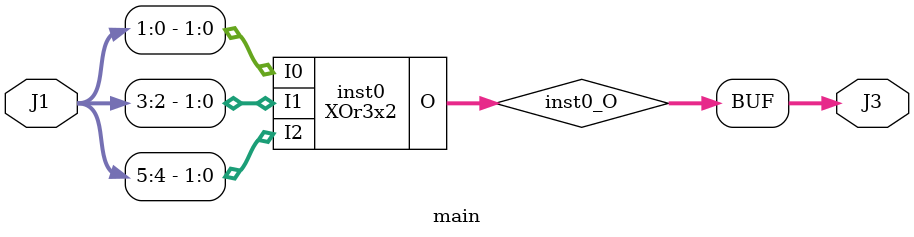
<source format=v>
module XOr3 (input [2:0] I, output  O);
wire  inst0_O;
SB_LUT4 #(.LUT_INIT(16'h9696)) inst0 (.I0(I[0]), .I1(I[1]), .I2(I[2]), .I3(1'b0), .O(inst0_O));
assign O = inst0_O;
endmodule

module XOr3x2 (input [1:0] I0, input [1:0] I1, input [1:0] I2, output [1:0] O);
wire  inst0_O;
wire  inst1_O;
XOr3 inst0 (.I({I2[0],I1[0],I0[0]}), .O(inst0_O));
XOr3 inst1 (.I({I2[1],I1[1],I0[1]}), .O(inst1_O));
assign O = {inst1_O,inst0_O};
endmodule

module main (input [5:0] J1, output [1:0] J3);
wire [1:0] inst0_O;
XOr3x2 inst0 (.I0({J1[1],J1[0]}), .I1({J1[3],J1[2]}), .I2({J1[5],J1[4]}), .O(inst0_O));
assign J3 = inst0_O;
endmodule


</source>
